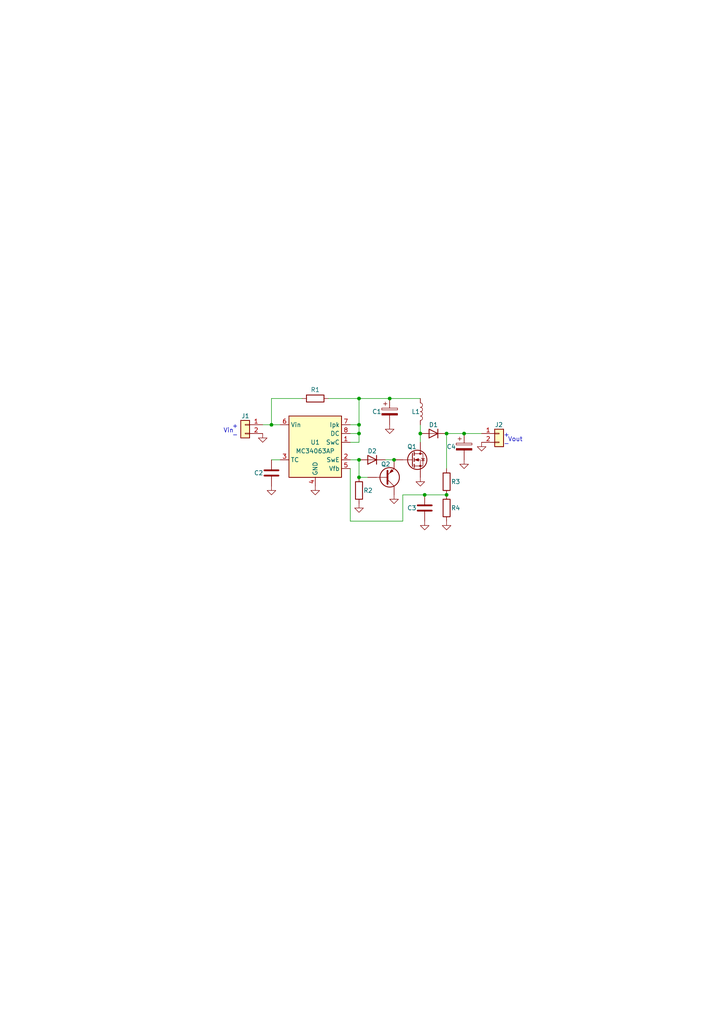
<source format=kicad_sch>
(kicad_sch (version 20230121) (generator eeschema)

  (uuid 51ff178e-c901-4ddf-a818-5beaa90f4a97)

  (paper "A4" portrait)

  (title_block
    (title "ПОВЫШАЙКА ДЛЯ ГРИ")
    (date "2024-01-23")
    (company "https://t.me/emacser2015")
  )

  (lib_symbols
    (symbol "Connector_Generic:Conn_01x02" (pin_names (offset 1.016) hide) (in_bom yes) (on_board yes)
      (property "Reference" "J" (at 0 2.54 0)
        (effects (font (size 1.27 1.27)))
      )
      (property "Value" "Conn_01x02" (at 0 -5.08 0)
        (effects (font (size 1.27 1.27)))
      )
      (property "Footprint" "" (at 0 0 0)
        (effects (font (size 1.27 1.27)) hide)
      )
      (property "Datasheet" "~" (at 0 0 0)
        (effects (font (size 1.27 1.27)) hide)
      )
      (property "ki_keywords" "connector" (at 0 0 0)
        (effects (font (size 1.27 1.27)) hide)
      )
      (property "ki_description" "Generic connector, single row, 01x02, script generated (kicad-library-utils/schlib/autogen/connector/)" (at 0 0 0)
        (effects (font (size 1.27 1.27)) hide)
      )
      (property "ki_fp_filters" "Connector*:*_1x??_*" (at 0 0 0)
        (effects (font (size 1.27 1.27)) hide)
      )
      (symbol "Conn_01x02_1_1"
        (rectangle (start -1.27 -2.413) (end 0 -2.667)
          (stroke (width 0.1524) (type default))
          (fill (type none))
        )
        (rectangle (start -1.27 0.127) (end 0 -0.127)
          (stroke (width 0.1524) (type default))
          (fill (type none))
        )
        (rectangle (start -1.27 1.27) (end 1.27 -3.81)
          (stroke (width 0.254) (type default))
          (fill (type background))
        )
        (pin passive line (at -5.08 0 0) (length 3.81)
          (name "Pin_1" (effects (font (size 1.27 1.27))))
          (number "1" (effects (font (size 1.27 1.27))))
        )
        (pin passive line (at -5.08 -2.54 0) (length 3.81)
          (name "Pin_2" (effects (font (size 1.27 1.27))))
          (number "2" (effects (font (size 1.27 1.27))))
        )
      )
    )
    (symbol "Device:C" (pin_numbers hide) (pin_names (offset 0.254)) (in_bom yes) (on_board yes)
      (property "Reference" "C" (at 0.635 2.54 0)
        (effects (font (size 1.27 1.27)) (justify left))
      )
      (property "Value" "C" (at 0.635 -2.54 0)
        (effects (font (size 1.27 1.27)) (justify left))
      )
      (property "Footprint" "" (at 0.9652 -3.81 0)
        (effects (font (size 1.27 1.27)) hide)
      )
      (property "Datasheet" "~" (at 0 0 0)
        (effects (font (size 1.27 1.27)) hide)
      )
      (property "ki_keywords" "cap capacitor" (at 0 0 0)
        (effects (font (size 1.27 1.27)) hide)
      )
      (property "ki_description" "Unpolarized capacitor" (at 0 0 0)
        (effects (font (size 1.27 1.27)) hide)
      )
      (property "ki_fp_filters" "C_*" (at 0 0 0)
        (effects (font (size 1.27 1.27)) hide)
      )
      (symbol "C_0_1"
        (polyline
          (pts
            (xy -2.032 -0.762)
            (xy 2.032 -0.762)
          )
          (stroke (width 0.508) (type default))
          (fill (type none))
        )
        (polyline
          (pts
            (xy -2.032 0.762)
            (xy 2.032 0.762)
          )
          (stroke (width 0.508) (type default))
          (fill (type none))
        )
      )
      (symbol "C_1_1"
        (pin passive line (at 0 3.81 270) (length 2.794)
          (name "~" (effects (font (size 1.27 1.27))))
          (number "1" (effects (font (size 1.27 1.27))))
        )
        (pin passive line (at 0 -3.81 90) (length 2.794)
          (name "~" (effects (font (size 1.27 1.27))))
          (number "2" (effects (font (size 1.27 1.27))))
        )
      )
    )
    (symbol "Device:C_Polarized" (pin_numbers hide) (pin_names (offset 0.254)) (in_bom yes) (on_board yes)
      (property "Reference" "C" (at 0.635 2.54 0)
        (effects (font (size 1.27 1.27)) (justify left))
      )
      (property "Value" "C_Polarized" (at 0.635 -2.54 0)
        (effects (font (size 1.27 1.27)) (justify left))
      )
      (property "Footprint" "" (at 0.9652 -3.81 0)
        (effects (font (size 1.27 1.27)) hide)
      )
      (property "Datasheet" "~" (at 0 0 0)
        (effects (font (size 1.27 1.27)) hide)
      )
      (property "ki_keywords" "cap capacitor" (at 0 0 0)
        (effects (font (size 1.27 1.27)) hide)
      )
      (property "ki_description" "Polarized capacitor" (at 0 0 0)
        (effects (font (size 1.27 1.27)) hide)
      )
      (property "ki_fp_filters" "CP_*" (at 0 0 0)
        (effects (font (size 1.27 1.27)) hide)
      )
      (symbol "C_Polarized_0_1"
        (rectangle (start -2.286 0.508) (end 2.286 1.016)
          (stroke (width 0) (type default))
          (fill (type none))
        )
        (polyline
          (pts
            (xy -1.778 2.286)
            (xy -0.762 2.286)
          )
          (stroke (width 0) (type default))
          (fill (type none))
        )
        (polyline
          (pts
            (xy -1.27 2.794)
            (xy -1.27 1.778)
          )
          (stroke (width 0) (type default))
          (fill (type none))
        )
        (rectangle (start 2.286 -0.508) (end -2.286 -1.016)
          (stroke (width 0) (type default))
          (fill (type outline))
        )
      )
      (symbol "C_Polarized_1_1"
        (pin passive line (at 0 3.81 270) (length 2.794)
          (name "~" (effects (font (size 1.27 1.27))))
          (number "1" (effects (font (size 1.27 1.27))))
        )
        (pin passive line (at 0 -3.81 90) (length 2.794)
          (name "~" (effects (font (size 1.27 1.27))))
          (number "2" (effects (font (size 1.27 1.27))))
        )
      )
    )
    (symbol "Device:D" (pin_numbers hide) (pin_names (offset 1.016) hide) (in_bom yes) (on_board yes)
      (property "Reference" "D" (at 0 2.54 0)
        (effects (font (size 1.27 1.27)))
      )
      (property "Value" "D" (at 0 -2.54 0)
        (effects (font (size 1.27 1.27)))
      )
      (property "Footprint" "" (at 0 0 0)
        (effects (font (size 1.27 1.27)) hide)
      )
      (property "Datasheet" "~" (at 0 0 0)
        (effects (font (size 1.27 1.27)) hide)
      )
      (property "Sim.Device" "D" (at 0 0 0)
        (effects (font (size 1.27 1.27)) hide)
      )
      (property "Sim.Pins" "1=K 2=A" (at 0 0 0)
        (effects (font (size 1.27 1.27)) hide)
      )
      (property "ki_keywords" "diode" (at 0 0 0)
        (effects (font (size 1.27 1.27)) hide)
      )
      (property "ki_description" "Diode" (at 0 0 0)
        (effects (font (size 1.27 1.27)) hide)
      )
      (property "ki_fp_filters" "TO-???* *_Diode_* *SingleDiode* D_*" (at 0 0 0)
        (effects (font (size 1.27 1.27)) hide)
      )
      (symbol "D_0_1"
        (polyline
          (pts
            (xy -1.27 1.27)
            (xy -1.27 -1.27)
          )
          (stroke (width 0.254) (type default))
          (fill (type none))
        )
        (polyline
          (pts
            (xy 1.27 0)
            (xy -1.27 0)
          )
          (stroke (width 0) (type default))
          (fill (type none))
        )
        (polyline
          (pts
            (xy 1.27 1.27)
            (xy 1.27 -1.27)
            (xy -1.27 0)
            (xy 1.27 1.27)
          )
          (stroke (width 0.254) (type default))
          (fill (type none))
        )
      )
      (symbol "D_1_1"
        (pin passive line (at -3.81 0 0) (length 2.54)
          (name "K" (effects (font (size 1.27 1.27))))
          (number "1" (effects (font (size 1.27 1.27))))
        )
        (pin passive line (at 3.81 0 180) (length 2.54)
          (name "A" (effects (font (size 1.27 1.27))))
          (number "2" (effects (font (size 1.27 1.27))))
        )
      )
    )
    (symbol "Device:L" (pin_numbers hide) (pin_names (offset 1.016) hide) (in_bom yes) (on_board yes)
      (property "Reference" "L" (at -1.27 0 90)
        (effects (font (size 1.27 1.27)))
      )
      (property "Value" "L" (at 1.905 0 90)
        (effects (font (size 1.27 1.27)))
      )
      (property "Footprint" "" (at 0 0 0)
        (effects (font (size 1.27 1.27)) hide)
      )
      (property "Datasheet" "~" (at 0 0 0)
        (effects (font (size 1.27 1.27)) hide)
      )
      (property "ki_keywords" "inductor choke coil reactor magnetic" (at 0 0 0)
        (effects (font (size 1.27 1.27)) hide)
      )
      (property "ki_description" "Inductor" (at 0 0 0)
        (effects (font (size 1.27 1.27)) hide)
      )
      (property "ki_fp_filters" "Choke_* *Coil* Inductor_* L_*" (at 0 0 0)
        (effects (font (size 1.27 1.27)) hide)
      )
      (symbol "L_0_1"
        (arc (start 0 -2.54) (mid 0.6323 -1.905) (end 0 -1.27)
          (stroke (width 0) (type default))
          (fill (type none))
        )
        (arc (start 0 -1.27) (mid 0.6323 -0.635) (end 0 0)
          (stroke (width 0) (type default))
          (fill (type none))
        )
        (arc (start 0 0) (mid 0.6323 0.635) (end 0 1.27)
          (stroke (width 0) (type default))
          (fill (type none))
        )
        (arc (start 0 1.27) (mid 0.6323 1.905) (end 0 2.54)
          (stroke (width 0) (type default))
          (fill (type none))
        )
      )
      (symbol "L_1_1"
        (pin passive line (at 0 3.81 270) (length 1.27)
          (name "1" (effects (font (size 1.27 1.27))))
          (number "1" (effects (font (size 1.27 1.27))))
        )
        (pin passive line (at 0 -3.81 90) (length 1.27)
          (name "2" (effects (font (size 1.27 1.27))))
          (number "2" (effects (font (size 1.27 1.27))))
        )
      )
    )
    (symbol "Device:R" (pin_numbers hide) (pin_names (offset 0)) (in_bom yes) (on_board yes)
      (property "Reference" "R" (at 2.032 0 90)
        (effects (font (size 1.27 1.27)))
      )
      (property "Value" "R" (at 0 0 90)
        (effects (font (size 1.27 1.27)))
      )
      (property "Footprint" "" (at -1.778 0 90)
        (effects (font (size 1.27 1.27)) hide)
      )
      (property "Datasheet" "~" (at 0 0 0)
        (effects (font (size 1.27 1.27)) hide)
      )
      (property "ki_keywords" "R res resistor" (at 0 0 0)
        (effects (font (size 1.27 1.27)) hide)
      )
      (property "ki_description" "Resistor" (at 0 0 0)
        (effects (font (size 1.27 1.27)) hide)
      )
      (property "ki_fp_filters" "R_*" (at 0 0 0)
        (effects (font (size 1.27 1.27)) hide)
      )
      (symbol "R_0_1"
        (rectangle (start -1.016 -2.54) (end 1.016 2.54)
          (stroke (width 0.254) (type default))
          (fill (type none))
        )
      )
      (symbol "R_1_1"
        (pin passive line (at 0 3.81 270) (length 1.27)
          (name "~" (effects (font (size 1.27 1.27))))
          (number "1" (effects (font (size 1.27 1.27))))
        )
        (pin passive line (at 0 -3.81 90) (length 1.27)
          (name "~" (effects (font (size 1.27 1.27))))
          (number "2" (effects (font (size 1.27 1.27))))
        )
      )
    )
    (symbol "Regulator_Switching:MC34063AP" (in_bom yes) (on_board yes)
      (property "Reference" "U" (at -7.62 8.89 0)
        (effects (font (size 1.27 1.27)) (justify left))
      )
      (property "Value" "MC34063AP" (at 0 8.89 0)
        (effects (font (size 1.27 1.27)) (justify left))
      )
      (property "Footprint" "Package_DIP:DIP-8_W7.62mm" (at 1.27 -11.43 0)
        (effects (font (size 1.27 1.27)) (justify left) hide)
      )
      (property "Datasheet" "http://www.onsemi.com/pub_link/Collateral/MC34063A-D.PDF" (at 12.7 -2.54 0)
        (effects (font (size 1.27 1.27)) hide)
      )
      (property "ki_keywords" "smps buck boost inverting" (at 0 0 0)
        (effects (font (size 1.27 1.27)) hide)
      )
      (property "ki_description" "1.5A, step-up/down/inverting switching regulator, 3-40V Vin, 100kHz, DIP-8" (at 0 0 0)
        (effects (font (size 1.27 1.27)) hide)
      )
      (property "ki_fp_filters" "DIP*W7.62mm*" (at 0 0 0)
        (effects (font (size 1.27 1.27)) hide)
      )
      (symbol "MC34063AP_0_1"
        (rectangle (start -7.62 7.62) (end 7.62 -10.16)
          (stroke (width 0.254) (type default))
          (fill (type background))
        )
      )
      (symbol "MC34063AP_1_1"
        (pin open_collector line (at 10.16 0 180) (length 2.54)
          (name "SwC" (effects (font (size 1.27 1.27))))
          (number "1" (effects (font (size 1.27 1.27))))
        )
        (pin open_emitter line (at 10.16 -5.08 180) (length 2.54)
          (name "SwE" (effects (font (size 1.27 1.27))))
          (number "2" (effects (font (size 1.27 1.27))))
        )
        (pin passive line (at -10.16 -5.08 0) (length 2.54)
          (name "TC" (effects (font (size 1.27 1.27))))
          (number "3" (effects (font (size 1.27 1.27))))
        )
        (pin power_in line (at 0 -12.7 90) (length 2.54)
          (name "GND" (effects (font (size 1.27 1.27))))
          (number "4" (effects (font (size 1.27 1.27))))
        )
        (pin input line (at 10.16 -7.62 180) (length 2.54)
          (name "Vfb" (effects (font (size 1.27 1.27))))
          (number "5" (effects (font (size 1.27 1.27))))
        )
        (pin power_in line (at -10.16 5.08 0) (length 2.54)
          (name "Vin" (effects (font (size 1.27 1.27))))
          (number "6" (effects (font (size 1.27 1.27))))
        )
        (pin input line (at 10.16 5.08 180) (length 2.54)
          (name "Ipk" (effects (font (size 1.27 1.27))))
          (number "7" (effects (font (size 1.27 1.27))))
        )
        (pin open_collector line (at 10.16 2.54 180) (length 2.54)
          (name "DC" (effects (font (size 1.27 1.27))))
          (number "8" (effects (font (size 1.27 1.27))))
        )
      )
    )
    (symbol "Simulation_SPICE:PNP" (pin_numbers hide) (pin_names (offset 0) hide) (in_bom yes) (on_board yes)
      (property "Reference" "Q" (at -2.54 7.62 0)
        (effects (font (size 1.27 1.27)))
      )
      (property "Value" "PNP" (at -2.54 5.08 0)
        (effects (font (size 1.27 1.27)))
      )
      (property "Footprint" "" (at 35.56 0 0)
        (effects (font (size 1.27 1.27)) hide)
      )
      (property "Datasheet" "~" (at 35.56 0 0)
        (effects (font (size 1.27 1.27)) hide)
      )
      (property "Sim.Device" "PNP" (at 0 0 0)
        (effects (font (size 1.27 1.27)) hide)
      )
      (property "Sim.Type" "GUMMELPOON" (at 0 0 0)
        (effects (font (size 1.27 1.27)) hide)
      )
      (property "Sim.Pins" "1=C 2=B 3=E" (at 0 0 0)
        (effects (font (size 1.27 1.27)) hide)
      )
      (property "ki_keywords" "simulation" (at 0 0 0)
        (effects (font (size 1.27 1.27)) hide)
      )
      (property "ki_description" "Bipolar transistor symbol for simulation only, substrate tied to the emitter" (at 0 0 0)
        (effects (font (size 1.27 1.27)) hide)
      )
      (symbol "PNP_0_1"
        (polyline
          (pts
            (xy -2.54 0)
            (xy 0.635 0)
          )
          (stroke (width 0.1524) (type default))
          (fill (type none))
        )
        (polyline
          (pts
            (xy 0.635 0.635)
            (xy 2.54 2.54)
          )
          (stroke (width 0) (type default))
          (fill (type none))
        )
        (polyline
          (pts
            (xy 0.635 -0.635)
            (xy 2.54 -2.54)
            (xy 2.54 -2.54)
          )
          (stroke (width 0) (type default))
          (fill (type none))
        )
        (polyline
          (pts
            (xy 0.635 1.905)
            (xy 0.635 -1.905)
            (xy 0.635 -1.905)
          )
          (stroke (width 0.508) (type default))
          (fill (type none))
        )
        (polyline
          (pts
            (xy 2.286 -1.778)
            (xy 1.778 -2.286)
            (xy 1.27 -1.27)
            (xy 2.286 -1.778)
            (xy 2.286 -1.778)
          )
          (stroke (width 0) (type default))
          (fill (type outline))
        )
        (circle (center 1.27 0) (radius 2.8194)
          (stroke (width 0.254) (type default))
          (fill (type none))
        )
      )
      (symbol "PNP_1_1"
        (pin open_collector line (at 2.54 5.08 270) (length 2.54)
          (name "C" (effects (font (size 1.27 1.27))))
          (number "1" (effects (font (size 1.27 1.27))))
        )
        (pin input line (at -5.08 0 0) (length 2.54)
          (name "B" (effects (font (size 1.27 1.27))))
          (number "2" (effects (font (size 1.27 1.27))))
        )
        (pin open_emitter line (at 2.54 -5.08 90) (length 2.54)
          (name "E" (effects (font (size 1.27 1.27))))
          (number "3" (effects (font (size 1.27 1.27))))
        )
      )
    )
    (symbol "Transistor_FET:IRF740" (pin_numbers hide) (pin_names hide) (in_bom yes) (on_board yes)
      (property "Reference" "Q" (at 5.08 1.905 0)
        (effects (font (size 1.27 1.27)) (justify left))
      )
      (property "Value" "IRF740" (at 5.08 0 0)
        (effects (font (size 1.27 1.27)) (justify left))
      )
      (property "Footprint" "Package_TO_SOT_THT:TO-220-3_Vertical" (at 5.08 -1.905 0)
        (effects (font (size 1.27 1.27) italic) (justify left) hide)
      )
      (property "Datasheet" "http://www.vishay.com/docs/91054/91054.pdf" (at 5.08 -3.81 0)
        (effects (font (size 1.27 1.27)) (justify left) hide)
      )
      (property "ki_keywords" "N Channel" (at 0 0 0)
        (effects (font (size 1.27 1.27)) hide)
      )
      (property "ki_description" "10A Id, 400V Vds, N-Channel Power MOSFET, 500mOhm Rds, TO-220AB" (at 0 0 0)
        (effects (font (size 1.27 1.27)) hide)
      )
      (property "ki_fp_filters" "TO?220*" (at 0 0 0)
        (effects (font (size 1.27 1.27)) hide)
      )
      (symbol "IRF740_0_1"
        (polyline
          (pts
            (xy 0.254 0)
            (xy -2.54 0)
          )
          (stroke (width 0) (type default))
          (fill (type none))
        )
        (polyline
          (pts
            (xy 0.254 1.905)
            (xy 0.254 -1.905)
          )
          (stroke (width 0.254) (type default))
          (fill (type none))
        )
        (polyline
          (pts
            (xy 0.762 -1.27)
            (xy 0.762 -2.286)
          )
          (stroke (width 0.254) (type default))
          (fill (type none))
        )
        (polyline
          (pts
            (xy 0.762 0.508)
            (xy 0.762 -0.508)
          )
          (stroke (width 0.254) (type default))
          (fill (type none))
        )
        (polyline
          (pts
            (xy 0.762 2.286)
            (xy 0.762 1.27)
          )
          (stroke (width 0.254) (type default))
          (fill (type none))
        )
        (polyline
          (pts
            (xy 2.54 2.54)
            (xy 2.54 1.778)
          )
          (stroke (width 0) (type default))
          (fill (type none))
        )
        (polyline
          (pts
            (xy 2.54 -2.54)
            (xy 2.54 0)
            (xy 0.762 0)
          )
          (stroke (width 0) (type default))
          (fill (type none))
        )
        (polyline
          (pts
            (xy 0.762 -1.778)
            (xy 3.302 -1.778)
            (xy 3.302 1.778)
            (xy 0.762 1.778)
          )
          (stroke (width 0) (type default))
          (fill (type none))
        )
        (polyline
          (pts
            (xy 1.016 0)
            (xy 2.032 0.381)
            (xy 2.032 -0.381)
            (xy 1.016 0)
          )
          (stroke (width 0) (type default))
          (fill (type outline))
        )
        (polyline
          (pts
            (xy 2.794 0.508)
            (xy 2.921 0.381)
            (xy 3.683 0.381)
            (xy 3.81 0.254)
          )
          (stroke (width 0) (type default))
          (fill (type none))
        )
        (polyline
          (pts
            (xy 3.302 0.381)
            (xy 2.921 -0.254)
            (xy 3.683 -0.254)
            (xy 3.302 0.381)
          )
          (stroke (width 0) (type default))
          (fill (type none))
        )
        (circle (center 1.651 0) (radius 2.794)
          (stroke (width 0.254) (type default))
          (fill (type none))
        )
        (circle (center 2.54 -1.778) (radius 0.254)
          (stroke (width 0) (type default))
          (fill (type outline))
        )
        (circle (center 2.54 1.778) (radius 0.254)
          (stroke (width 0) (type default))
          (fill (type outline))
        )
      )
      (symbol "IRF740_1_1"
        (pin input line (at -5.08 0 0) (length 2.54)
          (name "G" (effects (font (size 1.27 1.27))))
          (number "1" (effects (font (size 1.27 1.27))))
        )
        (pin passive line (at 2.54 5.08 270) (length 2.54)
          (name "D" (effects (font (size 1.27 1.27))))
          (number "2" (effects (font (size 1.27 1.27))))
        )
        (pin passive line (at 2.54 -5.08 90) (length 2.54)
          (name "S" (effects (font (size 1.27 1.27))))
          (number "3" (effects (font (size 1.27 1.27))))
        )
      )
    )
    (symbol "power:GND" (power) (pin_names (offset 0)) (in_bom yes) (on_board yes)
      (property "Reference" "#PWR" (at 0 -6.35 0)
        (effects (font (size 1.27 1.27)) hide)
      )
      (property "Value" "GND" (at 0 -3.81 0)
        (effects (font (size 1.27 1.27)))
      )
      (property "Footprint" "" (at 0 0 0)
        (effects (font (size 1.27 1.27)) hide)
      )
      (property "Datasheet" "" (at 0 0 0)
        (effects (font (size 1.27 1.27)) hide)
      )
      (property "ki_keywords" "global power" (at 0 0 0)
        (effects (font (size 1.27 1.27)) hide)
      )
      (property "ki_description" "Power symbol creates a global label with name \"GND\" , ground" (at 0 0 0)
        (effects (font (size 1.27 1.27)) hide)
      )
      (symbol "GND_0_1"
        (polyline
          (pts
            (xy 0 0)
            (xy 0 -1.27)
            (xy 1.27 -1.27)
            (xy 0 -2.54)
            (xy -1.27 -1.27)
            (xy 0 -1.27)
          )
          (stroke (width 0) (type default))
          (fill (type none))
        )
      )
      (symbol "GND_1_1"
        (pin power_in line (at 0 0 270) (length 0) hide
          (name "GND" (effects (font (size 1.27 1.27))))
          (number "1" (effects (font (size 1.27 1.27))))
        )
      )
    )
  )

  (junction (at 123.19 143.51) (diameter 0) (color 0 0 0 0)
    (uuid 0c7e04ee-46a1-4c33-a525-73b4c8fee374)
  )
  (junction (at 121.92 125.73) (diameter 0) (color 0 0 0 0)
    (uuid 0f9183bb-295d-4cb0-808c-81a35e90bb7a)
  )
  (junction (at 114.3 133.35) (diameter 0) (color 0 0 0 0)
    (uuid 2823010e-56d6-4154-b4d7-58c4f173964f)
  )
  (junction (at 104.14 123.19) (diameter 0) (color 0 0 0 0)
    (uuid 2bfe6200-3bb2-427e-9bc2-227d35047094)
  )
  (junction (at 129.54 143.51) (diameter 0) (color 0 0 0 0)
    (uuid 3299022b-7e11-4e41-975f-a78ed3b0b172)
  )
  (junction (at 104.14 138.43) (diameter 0) (color 0 0 0 0)
    (uuid 4bd38362-b34e-4b13-848f-6ff8c9befc1f)
  )
  (junction (at 104.14 133.35) (diameter 0) (color 0 0 0 0)
    (uuid 518117e2-46c4-4929-ad9f-0f62f0d430ce)
  )
  (junction (at 134.62 125.73) (diameter 0) (color 0 0 0 0)
    (uuid 5f20723b-ed89-4f9e-8430-0d0a28839919)
  )
  (junction (at 78.74 123.19) (diameter 0) (color 0 0 0 0)
    (uuid 72cf4a58-3be4-4006-a74f-08189996ceab)
  )
  (junction (at 113.03 115.57) (diameter 0) (color 0 0 0 0)
    (uuid 9abbb754-9d2a-4645-a8dd-554fc5ac6ea4)
  )
  (junction (at 104.14 125.73) (diameter 0) (color 0 0 0 0)
    (uuid b274b007-cc88-41e5-ad06-1927b35decbd)
  )
  (junction (at 104.14 115.57) (diameter 0) (color 0 0 0 0)
    (uuid d62d4d97-85f0-4102-acfb-a13448f8dc92)
  )
  (junction (at 129.54 125.73) (diameter 0) (color 0 0 0 0)
    (uuid fa0f8179-9d86-46bf-ac1e-d76a7bfa85dd)
  )

  (wire (pts (xy 134.62 125.73) (xy 139.7 125.73))
    (stroke (width 0) (type default))
    (uuid 10266c5d-7c0f-43de-aaa6-838f0c688562)
  )
  (wire (pts (xy 129.54 125.73) (xy 129.54 135.89))
    (stroke (width 0) (type default))
    (uuid 1a927ac2-f905-47ae-aa8f-adcc5a76be27)
  )
  (wire (pts (xy 101.6 135.89) (xy 101.6 151.13))
    (stroke (width 0) (type default))
    (uuid 1f5c37b5-4be2-4cbf-9715-884b2ace1eac)
  )
  (wire (pts (xy 129.54 125.73) (xy 134.62 125.73))
    (stroke (width 0) (type default))
    (uuid 2c5437c4-219a-40cd-b78e-e14ced163f9b)
  )
  (wire (pts (xy 123.19 143.51) (xy 129.54 143.51))
    (stroke (width 0) (type default))
    (uuid 32f9d51d-7e14-4341-b3f4-b133f727a4ba)
  )
  (wire (pts (xy 104.14 115.57) (xy 113.03 115.57))
    (stroke (width 0) (type default))
    (uuid 3615761e-7f0e-4eab-bdd6-5fc8990bcdba)
  )
  (wire (pts (xy 104.14 128.27) (xy 104.14 125.73))
    (stroke (width 0) (type default))
    (uuid 3dd33d6d-8ef4-44e8-b541-ede058101fd2)
  )
  (wire (pts (xy 78.74 133.35) (xy 81.28 133.35))
    (stroke (width 0) (type default))
    (uuid 4348ff8b-5537-46db-ba3d-b2a84c550279)
  )
  (wire (pts (xy 121.92 125.73) (xy 121.92 128.27))
    (stroke (width 0) (type default))
    (uuid 471df6d0-0bb6-4141-bcb9-d0a55d2bc57f)
  )
  (wire (pts (xy 116.84 151.13) (xy 116.84 143.51))
    (stroke (width 0) (type default))
    (uuid 4affc35b-da69-48b3-92bc-bd4a7faa0405)
  )
  (wire (pts (xy 113.03 115.57) (xy 121.92 115.57))
    (stroke (width 0) (type default))
    (uuid 4b36b947-f982-4296-8298-ae2259ce6c03)
  )
  (wire (pts (xy 76.2 123.19) (xy 78.74 123.19))
    (stroke (width 0) (type default))
    (uuid 4f8de9df-3776-4a8c-ab60-6bb14fa07003)
  )
  (wire (pts (xy 101.6 151.13) (xy 116.84 151.13))
    (stroke (width 0) (type default))
    (uuid 6e09e651-55aa-4fe7-a90f-70b60310b539)
  )
  (wire (pts (xy 101.6 125.73) (xy 104.14 125.73))
    (stroke (width 0) (type default))
    (uuid 6e4e0ba2-5cc7-4af1-b0ba-6c59edaa9f99)
  )
  (wire (pts (xy 104.14 133.35) (xy 104.14 138.43))
    (stroke (width 0) (type default))
    (uuid 795f338c-7f9d-426e-aff3-984c76ca0cd3)
  )
  (wire (pts (xy 121.92 123.19) (xy 121.92 125.73))
    (stroke (width 0) (type default))
    (uuid 7a50a19e-8189-400a-a1ed-be38d70cf8bf)
  )
  (wire (pts (xy 101.6 123.19) (xy 104.14 123.19))
    (stroke (width 0) (type default))
    (uuid 7c0ec897-7f97-4440-8ec7-b188546a23ac)
  )
  (wire (pts (xy 104.14 123.19) (xy 104.14 125.73))
    (stroke (width 0) (type default))
    (uuid 930620d9-e558-45a5-ae4d-0fd697eefd71)
  )
  (wire (pts (xy 111.76 133.35) (xy 114.3 133.35))
    (stroke (width 0) (type default))
    (uuid 9b8a4535-fd42-4331-89f6-1affcb1ffdb9)
  )
  (wire (pts (xy 101.6 133.35) (xy 104.14 133.35))
    (stroke (width 0) (type default))
    (uuid b3a33a91-8b56-402a-9415-c1849c290d84)
  )
  (wire (pts (xy 78.74 123.19) (xy 81.28 123.19))
    (stroke (width 0) (type default))
    (uuid b67d071e-1a1f-4690-932a-41548c4001c7)
  )
  (wire (pts (xy 78.74 115.57) (xy 87.63 115.57))
    (stroke (width 0) (type default))
    (uuid c97da9bd-837e-457e-a5e6-f13767f61bdd)
  )
  (wire (pts (xy 116.84 143.51) (xy 123.19 143.51))
    (stroke (width 0) (type default))
    (uuid ca43ffcb-1972-421a-8f6c-72677ca1e10c)
  )
  (wire (pts (xy 95.25 115.57) (xy 104.14 115.57))
    (stroke (width 0) (type default))
    (uuid d36182e1-b4dc-4740-a228-856287f17e1b)
  )
  (wire (pts (xy 101.6 128.27) (xy 104.14 128.27))
    (stroke (width 0) (type default))
    (uuid d6973f60-b336-4cd5-b4ab-33ae389e5649)
  )
  (wire (pts (xy 78.74 115.57) (xy 78.74 123.19))
    (stroke (width 0) (type default))
    (uuid e203b3e0-f784-4d58-b47c-073f7963435f)
  )
  (wire (pts (xy 104.14 115.57) (xy 104.14 123.19))
    (stroke (width 0) (type default))
    (uuid e5e7a518-ee42-4394-b4e1-cfefa6897cf9)
  )
  (wire (pts (xy 104.14 138.43) (xy 106.68 138.43))
    (stroke (width 0) (type default))
    (uuid ea2aa655-db3b-403c-b06e-96fc294c80de)
  )

  (text "+" (at 67.31 124.46 0)
    (effects (font (size 1.27 1.27)) (justify left bottom))
    (uuid 292e3fa9-981f-465d-9936-831654e054a3)
  )
  (text "+" (at 146.05 127 0)
    (effects (font (size 1.27 1.27)) (justify left bottom))
    (uuid 2ac9c472-ce80-4cc3-9dc1-ffb35253df8a)
  )
  (text "-" (at 146.05 129.54 0)
    (effects (font (size 1.27 1.27)) (justify left bottom))
    (uuid 3be7d62f-72bd-406e-82f6-381adb9d88ee)
  )
  (text "Vin" (at 64.77 125.73 0)
    (effects (font (size 1.27 1.27)) (justify left bottom))
    (uuid 5a0507c4-d7e0-47c5-b567-e8f5fc10b408)
  )
  (text "-" (at 67.31 127 0)
    (effects (font (size 1.27 1.27)) (justify left bottom))
    (uuid 8fb3ba8f-e6c9-4ae2-8742-cb5bf42a8433)
  )
  (text "Vout" (at 147.32 128.27 0)
    (effects (font (size 1.27 1.27)) (justify left bottom))
    (uuid f33865cb-014c-4eeb-bd3c-8238ad3ffbda)
  )

  (symbol (lib_id "power:GND") (at 123.19 151.13 0) (unit 1)
    (in_bom yes) (on_board yes) (dnp no) (fields_autoplaced)
    (uuid 05ab3b1c-84bf-4f58-ab1a-87b63f960249)
    (property "Reference" "#PWR08" (at 123.19 157.48 0)
      (effects (font (size 1.27 1.27)) hide)
    )
    (property "Value" "GND" (at 123.19 156.21 0)
      (effects (font (size 1.27 1.27)) hide)
    )
    (property "Footprint" "" (at 123.19 151.13 0)
      (effects (font (size 1.27 1.27)) hide)
    )
    (property "Datasheet" "" (at 123.19 151.13 0)
      (effects (font (size 1.27 1.27)) hide)
    )
    (pin "1" (uuid 80823324-b9ba-426b-8951-00b9ab5b8616))
    (instances
      (project "NixiePowerSupply"
        (path "/51ff178e-c901-4ddf-a818-5beaa90f4a97"
          (reference "#PWR08") (unit 1)
        )
      )
    )
  )

  (symbol (lib_id "Device:C") (at 123.19 147.32 0) (unit 1)
    (in_bom yes) (on_board yes) (dnp no)
    (uuid 0d48ff7d-29a5-449d-b47c-0ca34f22cd9c)
    (property "Reference" "C3" (at 118.11 147.32 0)
      (effects (font (size 1.27 1.27)) (justify left))
    )
    (property "Value" "C" (at 127 148.59 0)
      (effects (font (size 1.27 1.27)) (justify left) hide)
    )
    (property "Footprint" "" (at 124.1552 151.13 0)
      (effects (font (size 1.27 1.27)) hide)
    )
    (property "Datasheet" "~" (at 123.19 147.32 0)
      (effects (font (size 1.27 1.27)) hide)
    )
    (pin "1" (uuid 6820d304-ca3b-4d3a-bc94-e442b22c0be3))
    (pin "2" (uuid 4a302aea-7057-40be-8102-bbbaa1ca6c8b))
    (instances
      (project "NixiePowerSupply"
        (path "/51ff178e-c901-4ddf-a818-5beaa90f4a97"
          (reference "C3") (unit 1)
        )
      )
    )
  )

  (symbol (lib_id "power:GND") (at 129.54 151.13 0) (unit 1)
    (in_bom yes) (on_board yes) (dnp no) (fields_autoplaced)
    (uuid 0d8ab68c-c457-4961-a879-37ebe9d517e5)
    (property "Reference" "#PWR09" (at 129.54 157.48 0)
      (effects (font (size 1.27 1.27)) hide)
    )
    (property "Value" "GND" (at 129.54 156.21 0)
      (effects (font (size 1.27 1.27)) hide)
    )
    (property "Footprint" "" (at 129.54 151.13 0)
      (effects (font (size 1.27 1.27)) hide)
    )
    (property "Datasheet" "" (at 129.54 151.13 0)
      (effects (font (size 1.27 1.27)) hide)
    )
    (pin "1" (uuid 227667f8-9078-4eb8-96c2-e4f0a5206e78))
    (instances
      (project "NixiePowerSupply"
        (path "/51ff178e-c901-4ddf-a818-5beaa90f4a97"
          (reference "#PWR09") (unit 1)
        )
      )
    )
  )

  (symbol (lib_id "Connector_Generic:Conn_01x02") (at 144.78 125.73 0) (unit 1)
    (in_bom yes) (on_board yes) (dnp no)
    (uuid 1d8eeeaf-888f-4f59-ae0f-d9ae0cfd1671)
    (property "Reference" "J2" (at 143.51 123.19 0)
      (effects (font (size 1.27 1.27)) (justify left))
    )
    (property "Value" "Conn_01x02" (at 147.32 128.27 0)
      (effects (font (size 1.27 1.27)) (justify left) hide)
    )
    (property "Footprint" "" (at 144.78 125.73 0)
      (effects (font (size 1.27 1.27)) hide)
    )
    (property "Datasheet" "~" (at 144.78 125.73 0)
      (effects (font (size 1.27 1.27)) hide)
    )
    (pin "1" (uuid 8eefc3ac-a009-4a38-af43-76dcd64855d2))
    (pin "2" (uuid 12944555-d6a4-49d0-ab7c-58200099beb3))
    (instances
      (project "NixiePowerSupply"
        (path "/51ff178e-c901-4ddf-a818-5beaa90f4a97"
          (reference "J2") (unit 1)
        )
      )
    )
  )

  (symbol (lib_id "power:GND") (at 76.2 125.73 0) (unit 1)
    (in_bom yes) (on_board yes) (dnp no) (fields_autoplaced)
    (uuid 1fcbbbca-940c-4312-a21c-e590941acd61)
    (property "Reference" "#PWR02" (at 76.2 132.08 0)
      (effects (font (size 1.27 1.27)) hide)
    )
    (property "Value" "GND" (at 76.2 130.81 0)
      (effects (font (size 1.27 1.27)) hide)
    )
    (property "Footprint" "" (at 76.2 125.73 0)
      (effects (font (size 1.27 1.27)) hide)
    )
    (property "Datasheet" "" (at 76.2 125.73 0)
      (effects (font (size 1.27 1.27)) hide)
    )
    (pin "1" (uuid 72885dc5-f3e0-41a4-955a-17d03cb981fc))
    (instances
      (project "NixiePowerSupply"
        (path "/51ff178e-c901-4ddf-a818-5beaa90f4a97"
          (reference "#PWR02") (unit 1)
        )
      )
    )
  )

  (symbol (lib_id "Connector_Generic:Conn_01x02") (at 71.12 123.19 0) (mirror y) (unit 1)
    (in_bom yes) (on_board yes) (dnp no)
    (uuid 2e701666-4175-4251-97a9-2313fd8600b5)
    (property "Reference" "J1" (at 72.39 120.65 0)
      (effects (font (size 1.27 1.27)) (justify left))
    )
    (property "Value" "Conn_01x02" (at 68.58 125.73 0)
      (effects (font (size 1.27 1.27)) (justify left) hide)
    )
    (property "Footprint" "" (at 71.12 123.19 0)
      (effects (font (size 1.27 1.27)) hide)
    )
    (property "Datasheet" "~" (at 71.12 123.19 0)
      (effects (font (size 1.27 1.27)) hide)
    )
    (pin "1" (uuid 6e319779-d755-4985-a4cb-bf51baa18b2a))
    (pin "2" (uuid cb10fe95-861c-4554-9b5c-45d692a017ed))
    (instances
      (project "NixiePowerSupply"
        (path "/51ff178e-c901-4ddf-a818-5beaa90f4a97"
          (reference "J1") (unit 1)
        )
      )
    )
  )

  (symbol (lib_id "Simulation_SPICE:PNP") (at 111.76 138.43 0) (mirror x) (unit 1)
    (in_bom yes) (on_board yes) (dnp no)
    (uuid 34e2107d-48dc-42db-8772-24c3ff622e46)
    (property "Reference" "Q2" (at 110.49 134.62 0)
      (effects (font (size 1.27 1.27)) (justify left))
    )
    (property "Value" "PNP" (at 116.84 137.16 0)
      (effects (font (size 1.27 1.27)) (justify left) hide)
    )
    (property "Footprint" "" (at 147.32 138.43 0)
      (effects (font (size 1.27 1.27)) hide)
    )
    (property "Datasheet" "~" (at 147.32 138.43 0)
      (effects (font (size 1.27 1.27)) hide)
    )
    (property "Sim.Device" "PNP" (at 111.76 138.43 0)
      (effects (font (size 1.27 1.27)) hide)
    )
    (property "Sim.Type" "GUMMELPOON" (at 111.76 138.43 0)
      (effects (font (size 1.27 1.27)) hide)
    )
    (property "Sim.Pins" "1=C 2=B 3=E" (at 111.76 138.43 0)
      (effects (font (size 1.27 1.27)) hide)
    )
    (pin "2" (uuid db49bba9-fb52-475a-a25e-4ef11ffaf913))
    (pin "1" (uuid c4c864c2-6658-4d58-969c-d0d2e7105874))
    (pin "3" (uuid fc1b4347-8b3d-436c-bc01-9287deabe8e1))
    (instances
      (project "NixiePowerSupply"
        (path "/51ff178e-c901-4ddf-a818-5beaa90f4a97"
          (reference "Q2") (unit 1)
        )
      )
    )
  )

  (symbol (lib_id "Device:R") (at 129.54 147.32 0) (unit 1)
    (in_bom yes) (on_board yes) (dnp no)
    (uuid 4dc9c61c-3639-4201-b6d9-5a3d8c09c9f9)
    (property "Reference" "R4" (at 130.81 147.32 0)
      (effects (font (size 1.27 1.27)) (justify left))
    )
    (property "Value" "R" (at 132.08 148.59 0)
      (effects (font (size 1.27 1.27)) (justify left) hide)
    )
    (property "Footprint" "" (at 127.762 147.32 90)
      (effects (font (size 1.27 1.27)) hide)
    )
    (property "Datasheet" "~" (at 129.54 147.32 0)
      (effects (font (size 1.27 1.27)) hide)
    )
    (pin "1" (uuid 00a349c2-d0a0-488f-a81b-3ad989d9f663))
    (pin "2" (uuid 310ede0a-b02d-46aa-8475-25464e68fd9e))
    (instances
      (project "NixiePowerSupply"
        (path "/51ff178e-c901-4ddf-a818-5beaa90f4a97"
          (reference "R4") (unit 1)
        )
      )
    )
  )

  (symbol (lib_id "power:GND") (at 104.14 146.05 0) (unit 1)
    (in_bom yes) (on_board yes) (dnp no) (fields_autoplaced)
    (uuid 4e9ce5dc-f437-4240-8b4a-3c3b1787cadc)
    (property "Reference" "#PWR06" (at 104.14 152.4 0)
      (effects (font (size 1.27 1.27)) hide)
    )
    (property "Value" "GND" (at 104.14 151.13 0)
      (effects (font (size 1.27 1.27)) hide)
    )
    (property "Footprint" "" (at 104.14 146.05 0)
      (effects (font (size 1.27 1.27)) hide)
    )
    (property "Datasheet" "" (at 104.14 146.05 0)
      (effects (font (size 1.27 1.27)) hide)
    )
    (pin "1" (uuid 4b5172fd-f655-46cf-baea-b9e585cc6a30))
    (instances
      (project "NixiePowerSupply"
        (path "/51ff178e-c901-4ddf-a818-5beaa90f4a97"
          (reference "#PWR06") (unit 1)
        )
      )
    )
  )

  (symbol (lib_id "Device:C") (at 78.74 137.16 0) (unit 1)
    (in_bom yes) (on_board yes) (dnp no)
    (uuid 5f12907f-7a5c-46e8-b0d9-1396cb45ada9)
    (property "Reference" "C2" (at 73.66 137.16 0)
      (effects (font (size 1.27 1.27)) (justify left))
    )
    (property "Value" "C" (at 82.55 138.43 0)
      (effects (font (size 1.27 1.27)) (justify left) hide)
    )
    (property "Footprint" "" (at 79.7052 140.97 0)
      (effects (font (size 1.27 1.27)) hide)
    )
    (property "Datasheet" "~" (at 78.74 137.16 0)
      (effects (font (size 1.27 1.27)) hide)
    )
    (pin "1" (uuid 97aa023f-d0c5-4871-9cac-5f3e823e7b34))
    (pin "2" (uuid 6981d516-f83d-42cc-9bc5-c99395e7aee7))
    (instances
      (project "NixiePowerSupply"
        (path "/51ff178e-c901-4ddf-a818-5beaa90f4a97"
          (reference "C2") (unit 1)
        )
      )
    )
  )

  (symbol (lib_id "Device:C_Polarized") (at 113.03 119.38 0) (unit 1)
    (in_bom yes) (on_board yes) (dnp no)
    (uuid 625136ba-9308-44a6-bd37-b0c5280f5190)
    (property "Reference" "C1" (at 107.95 119.38 0)
      (effects (font (size 1.27 1.27)) (justify left))
    )
    (property "Value" "C_Polarized" (at 116.84 119.761 0)
      (effects (font (size 1.27 1.27)) (justify left) hide)
    )
    (property "Footprint" "" (at 113.9952 123.19 0)
      (effects (font (size 1.27 1.27)) hide)
    )
    (property "Datasheet" "~" (at 113.03 119.38 0)
      (effects (font (size 1.27 1.27)) hide)
    )
    (pin "1" (uuid ec8e95de-5ebf-47cc-bf31-3295112c8b29))
    (pin "2" (uuid 58731bd8-0009-46cd-b811-772a8040f7bc))
    (instances
      (project "NixiePowerSupply"
        (path "/51ff178e-c901-4ddf-a818-5beaa90f4a97"
          (reference "C1") (unit 1)
        )
      )
    )
  )

  (symbol (lib_id "Transistor_FET:IRF740") (at 119.38 133.35 0) (unit 1)
    (in_bom yes) (on_board yes) (dnp no)
    (uuid 6a3266ef-9374-49c5-8ba4-53528980f084)
    (property "Reference" "Q1" (at 118.11 129.54 0)
      (effects (font (size 1.27 1.27)) (justify left))
    )
    (property "Value" "IRF740" (at 125.73 134.62 0)
      (effects (font (size 1.27 1.27)) (justify left) hide)
    )
    (property "Footprint" "Package_TO_SOT_THT:TO-220-3_Vertical" (at 124.46 135.255 0)
      (effects (font (size 1.27 1.27) italic) (justify left) hide)
    )
    (property "Datasheet" "http://www.vishay.com/docs/91054/91054.pdf" (at 124.46 137.16 0)
      (effects (font (size 1.27 1.27)) (justify left) hide)
    )
    (pin "1" (uuid 64e88710-4ceb-4d01-bbcc-7f87dd2c927e))
    (pin "3" (uuid 72321a16-f11c-406e-b6e9-9015f4a29183))
    (pin "2" (uuid e184c52f-860d-4544-8972-ee0a2dd5b223))
    (instances
      (project "NixiePowerSupply"
        (path "/51ff178e-c901-4ddf-a818-5beaa90f4a97"
          (reference "Q1") (unit 1)
        )
      )
    )
  )

  (symbol (lib_id "power:GND") (at 139.7 128.27 0) (unit 1)
    (in_bom yes) (on_board yes) (dnp no) (fields_autoplaced)
    (uuid 6c376d22-e0e4-4ffd-99c5-c4b01c3f03e1)
    (property "Reference" "#PWR011" (at 139.7 134.62 0)
      (effects (font (size 1.27 1.27)) hide)
    )
    (property "Value" "GND" (at 139.7 133.35 0)
      (effects (font (size 1.27 1.27)) hide)
    )
    (property "Footprint" "" (at 139.7 128.27 0)
      (effects (font (size 1.27 1.27)) hide)
    )
    (property "Datasheet" "" (at 139.7 128.27 0)
      (effects (font (size 1.27 1.27)) hide)
    )
    (pin "1" (uuid 605e0036-9792-443d-8822-a51d5fe5bf03))
    (instances
      (project "NixiePowerSupply"
        (path "/51ff178e-c901-4ddf-a818-5beaa90f4a97"
          (reference "#PWR011") (unit 1)
        )
      )
    )
  )

  (symbol (lib_id "Device:R") (at 104.14 142.24 0) (unit 1)
    (in_bom yes) (on_board yes) (dnp no)
    (uuid 74acca88-270c-4f85-8955-835e51ff64be)
    (property "Reference" "R2" (at 105.41 142.24 0)
      (effects (font (size 1.27 1.27)) (justify left))
    )
    (property "Value" "R" (at 106.68 143.51 0)
      (effects (font (size 1.27 1.27)) (justify left) hide)
    )
    (property "Footprint" "" (at 102.362 142.24 90)
      (effects (font (size 1.27 1.27)) hide)
    )
    (property "Datasheet" "~" (at 104.14 142.24 0)
      (effects (font (size 1.27 1.27)) hide)
    )
    (pin "2" (uuid 3ef88c2c-02c2-449b-ab92-1bc63c6bcd3b))
    (pin "1" (uuid 60af8194-36eb-4ea6-8582-462830c54aae))
    (instances
      (project "NixiePowerSupply"
        (path "/51ff178e-c901-4ddf-a818-5beaa90f4a97"
          (reference "R2") (unit 1)
        )
      )
    )
  )

  (symbol (lib_id "power:GND") (at 121.92 138.43 0) (unit 1)
    (in_bom yes) (on_board yes) (dnp no) (fields_autoplaced)
    (uuid 7d7ae9b2-1529-4b05-883b-d4ce03e51432)
    (property "Reference" "#PWR07" (at 121.92 144.78 0)
      (effects (font (size 1.27 1.27)) hide)
    )
    (property "Value" "GND" (at 121.92 143.51 0)
      (effects (font (size 1.27 1.27)) hide)
    )
    (property "Footprint" "" (at 121.92 138.43 0)
      (effects (font (size 1.27 1.27)) hide)
    )
    (property "Datasheet" "" (at 121.92 138.43 0)
      (effects (font (size 1.27 1.27)) hide)
    )
    (pin "1" (uuid 9b9a2115-94ae-41ce-9595-cc8845406fcc))
    (instances
      (project "NixiePowerSupply"
        (path "/51ff178e-c901-4ddf-a818-5beaa90f4a97"
          (reference "#PWR07") (unit 1)
        )
      )
    )
  )

  (symbol (lib_id "Device:D") (at 125.73 125.73 180) (unit 1)
    (in_bom yes) (on_board yes) (dnp no)
    (uuid 82814939-205a-4607-a39e-da29e4a5e882)
    (property "Reference" "D1" (at 125.73 123.19 0)
      (effects (font (size 1.27 1.27)))
    )
    (property "Value" "D" (at 125.73 121.92 0)
      (effects (font (size 1.27 1.27)) hide)
    )
    (property "Footprint" "" (at 125.73 125.73 0)
      (effects (font (size 1.27 1.27)) hide)
    )
    (property "Datasheet" "~" (at 125.73 125.73 0)
      (effects (font (size 1.27 1.27)) hide)
    )
    (property "Sim.Device" "D" (at 125.73 125.73 0)
      (effects (font (size 1.27 1.27)) hide)
    )
    (property "Sim.Pins" "1=K 2=A" (at 125.73 125.73 0)
      (effects (font (size 1.27 1.27)) hide)
    )
    (pin "1" (uuid 3baecfb3-354a-4489-a769-8b298e5bf30e))
    (pin "2" (uuid 42636870-d264-4253-a4ab-3c9a52d49ed9))
    (instances
      (project "NixiePowerSupply"
        (path "/51ff178e-c901-4ddf-a818-5beaa90f4a97"
          (reference "D1") (unit 1)
        )
      )
    )
  )

  (symbol (lib_id "Device:R") (at 91.44 115.57 90) (unit 1)
    (in_bom yes) (on_board yes) (dnp no)
    (uuid 8cb2ee54-60f0-4b8f-905f-caf5956e50c0)
    (property "Reference" "R1" (at 91.44 113.03 90)
      (effects (font (size 1.27 1.27)))
    )
    (property "Value" "R" (at 91.44 111.76 90)
      (effects (font (size 1.27 1.27)) hide)
    )
    (property "Footprint" "" (at 91.44 117.348 90)
      (effects (font (size 1.27 1.27)) hide)
    )
    (property "Datasheet" "~" (at 91.44 115.57 0)
      (effects (font (size 1.27 1.27)) hide)
    )
    (pin "2" (uuid 0e85f845-ed24-48ea-9854-d38bcf1fb2fd))
    (pin "1" (uuid b7673082-271b-430a-a972-48f4c7fee89e))
    (instances
      (project "NixiePowerSupply"
        (path "/51ff178e-c901-4ddf-a818-5beaa90f4a97"
          (reference "R1") (unit 1)
        )
      )
    )
  )

  (symbol (lib_id "power:GND") (at 114.3 143.51 0) (unit 1)
    (in_bom yes) (on_board yes) (dnp no) (fields_autoplaced)
    (uuid a4b02b5e-75e9-4356-b260-aa217463059b)
    (property "Reference" "#PWR05" (at 114.3 149.86 0)
      (effects (font (size 1.27 1.27)) hide)
    )
    (property "Value" "GND" (at 114.3 148.59 0)
      (effects (font (size 1.27 1.27)) hide)
    )
    (property "Footprint" "" (at 114.3 143.51 0)
      (effects (font (size 1.27 1.27)) hide)
    )
    (property "Datasheet" "" (at 114.3 143.51 0)
      (effects (font (size 1.27 1.27)) hide)
    )
    (pin "1" (uuid 5d7e6c3c-3ee7-4eab-b126-3eb79d3e6585))
    (instances
      (project "NixiePowerSupply"
        (path "/51ff178e-c901-4ddf-a818-5beaa90f4a97"
          (reference "#PWR05") (unit 1)
        )
      )
    )
  )

  (symbol (lib_id "power:GND") (at 134.62 133.35 0) (unit 1)
    (in_bom yes) (on_board yes) (dnp no) (fields_autoplaced)
    (uuid acf9df96-bc0f-433b-b249-22d09ea7ba5b)
    (property "Reference" "#PWR010" (at 134.62 139.7 0)
      (effects (font (size 1.27 1.27)) hide)
    )
    (property "Value" "GND" (at 134.62 138.43 0)
      (effects (font (size 1.27 1.27)) hide)
    )
    (property "Footprint" "" (at 134.62 133.35 0)
      (effects (font (size 1.27 1.27)) hide)
    )
    (property "Datasheet" "" (at 134.62 133.35 0)
      (effects (font (size 1.27 1.27)) hide)
    )
    (pin "1" (uuid 4f1ac1d6-a477-4b64-8437-fab60afb9b74))
    (instances
      (project "NixiePowerSupply"
        (path "/51ff178e-c901-4ddf-a818-5beaa90f4a97"
          (reference "#PWR010") (unit 1)
        )
      )
    )
  )

  (symbol (lib_id "Device:D") (at 107.95 133.35 180) (unit 1)
    (in_bom yes) (on_board yes) (dnp no)
    (uuid afae5619-cab5-460e-9127-ac1daa6e83f6)
    (property "Reference" "D2" (at 107.95 130.81 0)
      (effects (font (size 1.27 1.27)))
    )
    (property "Value" "D" (at 107.95 129.54 0)
      (effects (font (size 1.27 1.27)) hide)
    )
    (property "Footprint" "" (at 107.95 133.35 0)
      (effects (font (size 1.27 1.27)) hide)
    )
    (property "Datasheet" "~" (at 107.95 133.35 0)
      (effects (font (size 1.27 1.27)) hide)
    )
    (property "Sim.Device" "D" (at 107.95 133.35 0)
      (effects (font (size 1.27 1.27)) hide)
    )
    (property "Sim.Pins" "1=K 2=A" (at 107.95 133.35 0)
      (effects (font (size 1.27 1.27)) hide)
    )
    (pin "1" (uuid 3fc434fe-8fa8-43f0-a4e4-3cf4ba5590f3))
    (pin "2" (uuid 7f13cbd2-7631-4c0f-9362-dbfac5d08726))
    (instances
      (project "NixiePowerSupply"
        (path "/51ff178e-c901-4ddf-a818-5beaa90f4a97"
          (reference "D2") (unit 1)
        )
      )
    )
  )

  (symbol (lib_id "Device:R") (at 129.54 139.7 0) (unit 1)
    (in_bom yes) (on_board yes) (dnp no)
    (uuid b1626652-bb65-4dad-9c6a-75097fde36e4)
    (property "Reference" "R3" (at 130.81 139.7 0)
      (effects (font (size 1.27 1.27)) (justify left))
    )
    (property "Value" "R" (at 132.08 140.97 0)
      (effects (font (size 1.27 1.27)) (justify left) hide)
    )
    (property "Footprint" "" (at 127.762 139.7 90)
      (effects (font (size 1.27 1.27)) hide)
    )
    (property "Datasheet" "~" (at 129.54 139.7 0)
      (effects (font (size 1.27 1.27)) hide)
    )
    (pin "2" (uuid 9f42e5b2-19fd-4621-881d-03f127ef5b8f))
    (pin "1" (uuid 796582bc-b499-4f00-9ca1-a9cbb39fae31))
    (instances
      (project "NixiePowerSupply"
        (path "/51ff178e-c901-4ddf-a818-5beaa90f4a97"
          (reference "R3") (unit 1)
        )
      )
    )
  )

  (symbol (lib_id "Device:C_Polarized") (at 134.62 129.54 0) (unit 1)
    (in_bom yes) (on_board yes) (dnp no)
    (uuid bb554079-ae35-4ded-8a9b-64db95702cd1)
    (property "Reference" "C4" (at 129.54 129.54 0)
      (effects (font (size 1.27 1.27)) (justify left))
    )
    (property "Value" "C_Polarized" (at 138.43 129.921 0)
      (effects (font (size 1.27 1.27)) (justify left) hide)
    )
    (property "Footprint" "" (at 135.5852 133.35 0)
      (effects (font (size 1.27 1.27)) hide)
    )
    (property "Datasheet" "~" (at 134.62 129.54 0)
      (effects (font (size 1.27 1.27)) hide)
    )
    (pin "2" (uuid 53395b98-2074-41f6-9aaf-2886b5ef6928))
    (pin "1" (uuid 50cad090-7fff-4e61-a9b3-a5530e836e86))
    (instances
      (project "NixiePowerSupply"
        (path "/51ff178e-c901-4ddf-a818-5beaa90f4a97"
          (reference "C4") (unit 1)
        )
      )
    )
  )

  (symbol (lib_id "Device:L") (at 121.92 119.38 0) (unit 1)
    (in_bom yes) (on_board yes) (dnp no)
    (uuid d75aa7f9-827a-4f6a-ad35-dc0da3504dc2)
    (property "Reference" "L1" (at 119.38 119.38 0)
      (effects (font (size 1.27 1.27)) (justify left))
    )
    (property "Value" "L" (at 123.19 120.65 0)
      (effects (font (size 1.27 1.27)) (justify left) hide)
    )
    (property "Footprint" "" (at 121.92 119.38 0)
      (effects (font (size 1.27 1.27)) hide)
    )
    (property "Datasheet" "~" (at 121.92 119.38 0)
      (effects (font (size 1.27 1.27)) hide)
    )
    (pin "2" (uuid bd439cb7-d71b-498b-b64d-d27af0b0517f))
    (pin "1" (uuid fbed5fa4-a486-4f81-b03c-5572d8b946dd))
    (instances
      (project "NixiePowerSupply"
        (path "/51ff178e-c901-4ddf-a818-5beaa90f4a97"
          (reference "L1") (unit 1)
        )
      )
    )
  )

  (symbol (lib_id "power:GND") (at 113.03 123.19 0) (unit 1)
    (in_bom yes) (on_board yes) (dnp no) (fields_autoplaced)
    (uuid e24ea5ab-b20f-4cda-b28b-1fdbf4f1bcba)
    (property "Reference" "#PWR04" (at 113.03 129.54 0)
      (effects (font (size 1.27 1.27)) hide)
    )
    (property "Value" "GND" (at 113.03 128.27 0)
      (effects (font (size 1.27 1.27)) hide)
    )
    (property "Footprint" "" (at 113.03 123.19 0)
      (effects (font (size 1.27 1.27)) hide)
    )
    (property "Datasheet" "" (at 113.03 123.19 0)
      (effects (font (size 1.27 1.27)) hide)
    )
    (pin "1" (uuid 222bbba3-9160-4294-8f38-1c944703d3c0))
    (instances
      (project "NixiePowerSupply"
        (path "/51ff178e-c901-4ddf-a818-5beaa90f4a97"
          (reference "#PWR04") (unit 1)
        )
      )
    )
  )

  (symbol (lib_id "Regulator_Switching:MC34063AP") (at 91.44 128.27 0) (unit 1)
    (in_bom yes) (on_board yes) (dnp no)
    (uuid eedcb429-c230-4919-8bb8-ebf29fabd7eb)
    (property "Reference" "U1" (at 91.44 128.27 0)
      (effects (font (size 1.27 1.27)))
    )
    (property "Value" "MC34063AP" (at 91.44 130.81 0)
      (effects (font (size 1.27 1.27)))
    )
    (property "Footprint" "Package_DIP:DIP-8_W7.62mm" (at 92.71 139.7 0)
      (effects (font (size 1.27 1.27)) (justify left) hide)
    )
    (property "Datasheet" "http://www.onsemi.com/pub_link/Collateral/MC34063A-D.PDF" (at 104.14 130.81 0)
      (effects (font (size 1.27 1.27)) hide)
    )
    (pin "1" (uuid 8543ab83-49c5-4b35-af35-620d1f179f55))
    (pin "5" (uuid 4bb5506c-d6f0-4a6d-818f-c63d3fcbedbf))
    (pin "2" (uuid 61e7c044-587b-4994-8a6c-a3a46314d7bf))
    (pin "7" (uuid 96248940-6d31-4ad9-b31a-ac9bcbf2a682))
    (pin "8" (uuid fc5d34e8-4066-4332-ba32-bfa82351311a))
    (pin "6" (uuid 6c657734-910d-4ced-b006-0d759ea7c9b8))
    (pin "4" (uuid 40b6bb54-4208-48f6-ba30-668d3bc09a2b))
    (pin "3" (uuid a2283bad-2e7a-4b13-a3b8-f6cea3a0e4ec))
    (instances
      (project "NixiePowerSupply"
        (path "/51ff178e-c901-4ddf-a818-5beaa90f4a97"
          (reference "U1") (unit 1)
        )
      )
    )
  )

  (symbol (lib_id "power:GND") (at 78.74 140.97 0) (unit 1)
    (in_bom yes) (on_board yes) (dnp no) (fields_autoplaced)
    (uuid f74643c6-799a-4106-ab4d-a8c8e601c973)
    (property "Reference" "#PWR03" (at 78.74 147.32 0)
      (effects (font (size 1.27 1.27)) hide)
    )
    (property "Value" "GND" (at 78.74 146.05 0)
      (effects (font (size 1.27 1.27)) hide)
    )
    (property "Footprint" "" (at 78.74 140.97 0)
      (effects (font (size 1.27 1.27)) hide)
    )
    (property "Datasheet" "" (at 78.74 140.97 0)
      (effects (font (size 1.27 1.27)) hide)
    )
    (pin "1" (uuid 000f917b-3292-4dc2-8872-40a6bf54b340))
    (instances
      (project "NixiePowerSupply"
        (path "/51ff178e-c901-4ddf-a818-5beaa90f4a97"
          (reference "#PWR03") (unit 1)
        )
      )
    )
  )

  (symbol (lib_id "power:GND") (at 91.44 140.97 0) (unit 1)
    (in_bom yes) (on_board yes) (dnp no) (fields_autoplaced)
    (uuid fa41b71b-4654-4979-9647-5f235f7d39b1)
    (property "Reference" "#PWR01" (at 91.44 147.32 0)
      (effects (font (size 1.27 1.27)) hide)
    )
    (property "Value" "GND" (at 91.44 146.05 0)
      (effects (font (size 1.27 1.27)) hide)
    )
    (property "Footprint" "" (at 91.44 140.97 0)
      (effects (font (size 1.27 1.27)) hide)
    )
    (property "Datasheet" "" (at 91.44 140.97 0)
      (effects (font (size 1.27 1.27)) hide)
    )
    (pin "1" (uuid eb73eaa1-7e66-4f85-8120-2649732c5fb0))
    (instances
      (project "NixiePowerSupply"
        (path "/51ff178e-c901-4ddf-a818-5beaa90f4a97"
          (reference "#PWR01") (unit 1)
        )
      )
    )
  )

  (sheet_instances
    (path "/" (page "1"))
  )
)

</source>
